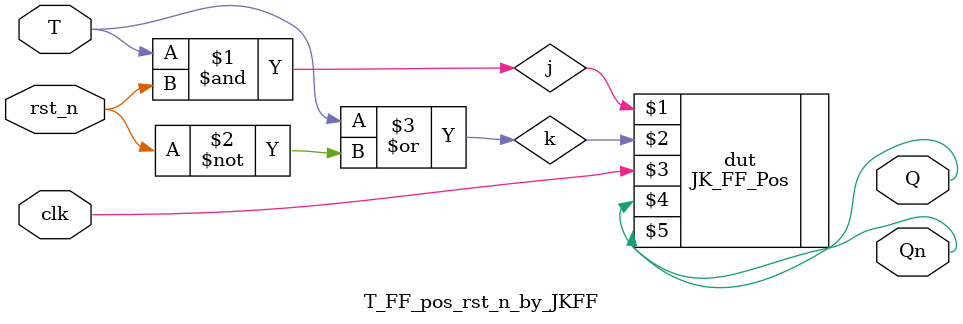
<source format=v>
module T_FF_pos_rst_n_by_JKFF(
input T, clk, rst_n,
output Q,Qn
);

wire j,k;
and and1(j, T, rst_n);
or or1(k, T, ~rst_n);

JK_FF_Pos dut(j,k,clk,Q,Qn);

endmodule

</source>
